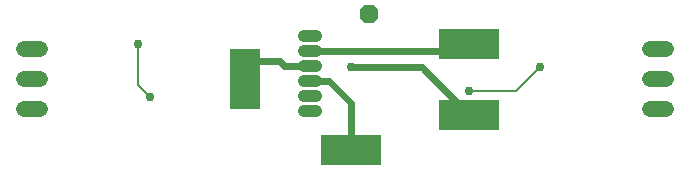
<source format=gbr>
G04 EAGLE Gerber RS-274X export*
G75*
%MOMM*%
%FSLAX34Y34*%
%LPD*%
%INTop Copper*%
%IPPOS*%
%AMOC8*
5,1,8,0,0,1.08239X$1,22.5*%
G01*
%ADD10C,1.320800*%
%ADD11C,1.008000*%
%ADD12P,1.732040X8X202.500000*%
%ADD13R,2.540000X5.080000*%
%ADD14R,5.080000X2.540000*%
%ADD15C,0.609600*%
%ADD16C,0.756400*%
%ADD17C,0.152400*%


D10*
X576604Y49600D02*
X563396Y49600D01*
X563396Y75000D02*
X576604Y75000D01*
X576604Y100400D02*
X563396Y100400D01*
X46604Y49600D02*
X33396Y49600D01*
X33396Y75000D02*
X46604Y75000D01*
X46604Y100400D02*
X33396Y100400D01*
D11*
X269960Y111750D02*
X280040Y111750D01*
X280040Y99050D02*
X269960Y99050D01*
X269960Y86350D02*
X280040Y86350D01*
X280040Y73650D02*
X269960Y73650D01*
X269960Y60950D02*
X280040Y60950D01*
X280040Y48250D02*
X269960Y48250D01*
D12*
X325000Y130000D03*
D13*
X220000Y75000D03*
D14*
X310000Y15000D03*
X410000Y45000D03*
X410000Y105000D03*
D15*
X310000Y55000D02*
X310000Y15000D01*
X310000Y55000D02*
X291350Y73650D01*
X275000Y73650D01*
X275000Y86350D02*
X253650Y86350D01*
X250000Y90000D01*
X225000Y90000D01*
X220000Y85000D01*
X220000Y75000D01*
D16*
X470000Y85000D03*
D17*
X450000Y65000D01*
X410000Y65000D01*
D16*
X410000Y65000D03*
X140000Y60000D03*
D17*
X130000Y70000D01*
D16*
X130000Y105000D03*
D17*
X130000Y70000D01*
D15*
X370000Y85000D02*
X410000Y45000D01*
D16*
X310000Y85000D03*
D15*
X370000Y85000D01*
X404050Y99050D02*
X410000Y105000D01*
X404050Y99050D02*
X275000Y99050D01*
M02*

</source>
